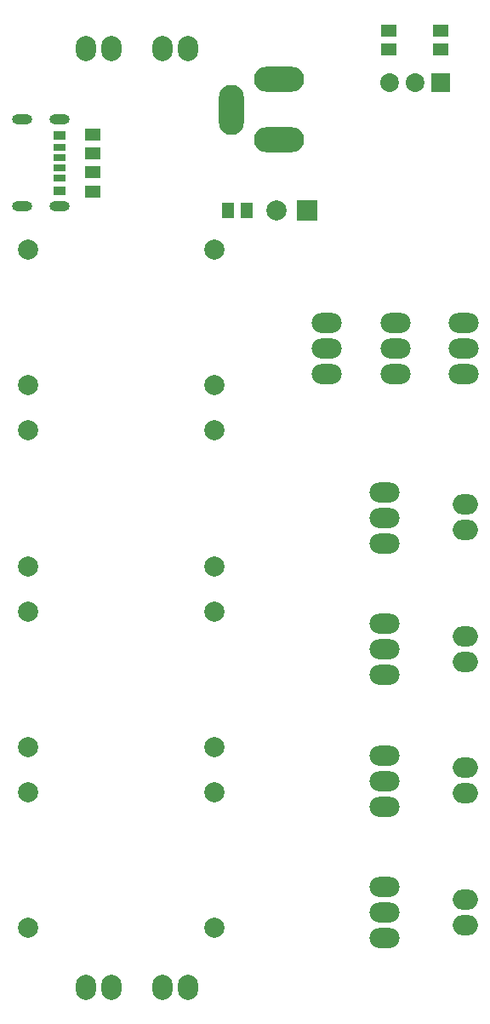
<source format=gbr>
G04*
G04 #@! TF.GenerationSoftware,Altium Limited,Altium Designer,24.2.2 (26)*
G04*
G04 Layer_Color=255*
%FSLAX44Y44*%
%MOMM*%
G71*
G04*
G04 #@! TF.SameCoordinates,D122A20A-D054-46DF-A371-D1266C08E9A0*
G04*
G04*
G04 #@! TF.FilePolarity,Positive*
G04*
G01*
G75*
%ADD16R,1.5000X1.3000*%
%ADD17R,1.1500X0.7000*%
%ADD18R,1.1500X0.8000*%
%ADD19R,1.1500X0.9000*%
%ADD20R,1.3000X1.5000*%
%ADD40O,2.0000X1.0000*%
%ADD41O,3.0000X2.0000*%
%ADD42O,5.0000X2.5000*%
%ADD43O,2.5000X5.0000*%
%ADD44O,2.0000X2.5000*%
%ADD45C,2.0000*%
%ADD46R,2.0000X2.0000*%
%ADD47O,2.5000X2.0000*%
%ADD48R,1.8600X1.8600*%
%ADD49C,1.8600*%
D16*
X91000Y863500D02*
D03*
Y882500D02*
D03*
Y844500D02*
D03*
Y825500D02*
D03*
X386000Y985500D02*
D03*
Y966500D02*
D03*
X437000Y985500D02*
D03*
Y966500D02*
D03*
D17*
X58379Y849000D02*
D03*
Y859000D02*
D03*
D18*
Y869200D02*
D03*
Y838800D02*
D03*
D19*
Y881500D02*
D03*
Y826500D02*
D03*
D20*
X225500Y807000D02*
D03*
X244500D02*
D03*
D40*
X58329Y897200D02*
D03*
Y810800D02*
D03*
X20329Y897200D02*
D03*
Y810800D02*
D03*
D41*
X392000Y694800D02*
D03*
Y669400D02*
D03*
Y644000D02*
D03*
X381000Y475932D02*
D03*
Y501332D02*
D03*
Y526732D02*
D03*
X460000Y694800D02*
D03*
Y669400D02*
D03*
Y644000D02*
D03*
X324000Y694800D02*
D03*
Y669400D02*
D03*
Y644000D02*
D03*
X381000Y83412D02*
D03*
Y108812D02*
D03*
Y134212D02*
D03*
Y214252D02*
D03*
Y239652D02*
D03*
Y265052D02*
D03*
Y345092D02*
D03*
Y370492D02*
D03*
Y395892D02*
D03*
D42*
X276000Y877449D02*
D03*
Y937000D02*
D03*
D43*
X229100Y907039D02*
D03*
D44*
X160600Y968000D02*
D03*
X186000D02*
D03*
X109444Y35000D02*
D03*
X84044D02*
D03*
X186000D02*
D03*
X160600D02*
D03*
X84044Y968000D02*
D03*
X109444D02*
D03*
D45*
X27000Y93642D02*
D03*
Y228641D02*
D03*
X212000D02*
D03*
Y93642D02*
D03*
Y273428D02*
D03*
Y408428D02*
D03*
X27000D02*
D03*
Y273428D02*
D03*
X212000Y453214D02*
D03*
Y588214D02*
D03*
X27000D02*
D03*
Y453214D02*
D03*
X274000Y807000D02*
D03*
X212000Y632999D02*
D03*
Y768000D02*
D03*
X27000D02*
D03*
Y632999D02*
D03*
D46*
X304000Y807000D02*
D03*
D47*
X461500Y252920D02*
D03*
Y227520D02*
D03*
Y383760D02*
D03*
Y358360D02*
D03*
Y489200D02*
D03*
Y514600D02*
D03*
Y96680D02*
D03*
Y122080D02*
D03*
D48*
X437000Y934000D02*
D03*
D49*
X411600D02*
D03*
X386200D02*
D03*
M02*

</source>
